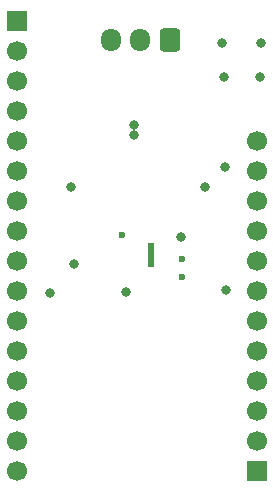
<source format=gbr>
%TF.GenerationSoftware,KiCad,Pcbnew,9.0.1+1*%
%TF.CreationDate,2025-05-19T20:13:15-04:00*%
%TF.ProjectId,lg_hvac_esp32,6c675f68-7661-4635-9f65-737033322e6b,rev?*%
%TF.SameCoordinates,Original*%
%TF.FileFunction,Copper,L4,Bot*%
%TF.FilePolarity,Positive*%
%FSLAX46Y46*%
G04 Gerber Fmt 4.6, Leading zero omitted, Abs format (unit mm)*
G04 Created by KiCad (PCBNEW 9.0.1+1) date 2025-05-19 20:13:15*
%MOMM*%
%LPD*%
G01*
G04 APERTURE LIST*
G04 Aperture macros list*
%AMRoundRect*
0 Rectangle with rounded corners*
0 $1 Rounding radius*
0 $2 $3 $4 $5 $6 $7 $8 $9 X,Y pos of 4 corners*
0 Add a 4 corners polygon primitive as box body*
4,1,4,$2,$3,$4,$5,$6,$7,$8,$9,$2,$3,0*
0 Add four circle primitives for the rounded corners*
1,1,$1+$1,$2,$3*
1,1,$1+$1,$4,$5*
1,1,$1+$1,$6,$7*
1,1,$1+$1,$8,$9*
0 Add four rect primitives between the rounded corners*
20,1,$1+$1,$2,$3,$4,$5,0*
20,1,$1+$1,$4,$5,$6,$7,0*
20,1,$1+$1,$6,$7,$8,$9,0*
20,1,$1+$1,$8,$9,$2,$3,0*%
G04 Aperture macros list end*
%TA.AperFunction,ComponentPad*%
%ADD10R,1.700000X1.700000*%
%TD*%
%TA.AperFunction,ComponentPad*%
%ADD11C,1.700000*%
%TD*%
%TA.AperFunction,ComponentPad*%
%ADD12RoundRect,0.250000X0.600000X0.725000X-0.600000X0.725000X-0.600000X-0.725000X0.600000X-0.725000X0*%
%TD*%
%TA.AperFunction,ComponentPad*%
%ADD13O,1.700000X1.950000*%
%TD*%
%TA.AperFunction,HeatsinkPad*%
%ADD14C,0.500000*%
%TD*%
%TA.AperFunction,HeatsinkPad*%
%ADD15R,0.500000X2.000000*%
%TD*%
%TA.AperFunction,ViaPad*%
%ADD16C,0.600000*%
%TD*%
%TA.AperFunction,ViaPad*%
%ADD17C,0.800000*%
%TD*%
G04 APERTURE END LIST*
D10*
%TO.P,J3,1*%
%TO.N,N/C*%
X113110000Y-69580000D03*
D11*
%TO.P,J3,2*%
X113110000Y-67040000D03*
%TO.P,J3,3*%
X113110000Y-64500000D03*
%TO.P,J3,4*%
X113110000Y-61960000D03*
%TO.P,J3,5*%
X113110000Y-59420000D03*
%TO.P,J3,6*%
X113110000Y-56880000D03*
%TO.P,J3,7*%
X113110000Y-54340000D03*
%TO.P,J3,8*%
X113110000Y-51800000D03*
%TO.P,J3,9*%
X113110000Y-49260000D03*
%TO.P,J3,10*%
X113110000Y-46720000D03*
%TO.P,J3,11*%
X113110000Y-44180000D03*
%TO.P,J3,12*%
X113110000Y-41640000D03*
%TD*%
D10*
%TO.P,J2,1*%
%TO.N,N/C*%
X92790000Y-31480000D03*
D11*
%TO.P,J2,2*%
%TO.N,+3V3*%
X92790000Y-34020000D03*
%TO.P,J2,3*%
%TO.N,N/C*%
X92790000Y-36560000D03*
%TO.P,J2,4*%
%TO.N,GND*%
X92790000Y-39100000D03*
%TO.P,J2,5*%
%TO.N,RXD*%
X92790000Y-41640000D03*
%TO.P,J2,6*%
%TO.N,TXD*%
X92790000Y-44180000D03*
%TO.P,J2,7*%
%TO.N,N/C*%
X92790000Y-46720000D03*
%TO.P,J2,8*%
X92790000Y-49260000D03*
%TO.P,J2,9*%
X92790000Y-51800000D03*
%TO.P,J2,10*%
X92790000Y-54340000D03*
%TO.P,J2,11*%
X92790000Y-56880000D03*
%TO.P,J2,12*%
X92790000Y-59420000D03*
%TO.P,J2,13*%
X92790000Y-61960000D03*
%TO.P,J2,14*%
X92790000Y-64500000D03*
%TO.P,J2,15*%
X92790000Y-67040000D03*
%TO.P,J2,16*%
X92790000Y-69580000D03*
%TD*%
D12*
%TO.P,J1,1,Pin_1*%
%TO.N,LINBUS*%
X105750000Y-33100000D03*
D13*
%TO.P,J1,2,Pin_2*%
%TO.N,GND*%
X103250000Y-33100000D03*
%TO.P,J1,3,Pin_3*%
%TO.N,Net-(D1-A)*%
X100750000Y-33100000D03*
%TD*%
D14*
%TO.P,U1,9,GND*%
%TO.N,GND*%
X104200000Y-50500000D03*
D15*
X104200000Y-51250000D03*
D14*
X104200000Y-51250000D03*
X104200000Y-52000000D03*
%TD*%
D16*
%TO.N,+12V*%
X106800000Y-51600000D03*
D17*
X102750000Y-41150000D03*
X102750000Y-40250000D03*
X113500000Y-33300000D03*
X110200000Y-33300000D03*
X108750000Y-45500000D03*
D16*
X106800000Y-53100000D03*
D17*
X110500000Y-54250000D03*
%TO.N,GND*%
X97676000Y-52074000D03*
X110400000Y-43800000D03*
X102078000Y-54428000D03*
X106725000Y-49750000D03*
X113398000Y-36224000D03*
X110350000Y-36224000D03*
D16*
%TO.N,+3V3*%
X101700000Y-49600000D03*
D17*
X95650000Y-54450000D03*
X97413500Y-45500000D03*
%TD*%
M02*

</source>
